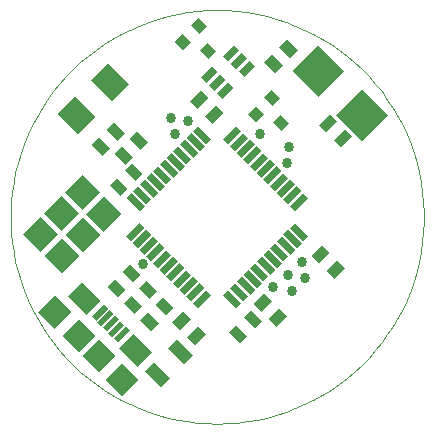
<source format=gbs>
G75*
G70*
%OFA0B0*%
%FSLAX24Y24*%
%IPPOS*%
%LPD*%
%AMOC8*
5,1,8,0,0,1.08239X$1,22.5*
%
%ADD10C,0.0000*%
%ADD11R,0.0355X0.0512*%
%ADD12R,0.0197X0.0571*%
%ADD13R,0.0867X0.0670*%
%ADD14R,0.0788X0.0788*%
%ADD15R,0.0434X0.0749*%
%ADD16R,0.0257X0.0512*%
%ADD17R,0.0350X0.0390*%
%ADD18R,0.0827X0.0827*%
%ADD19R,0.0631X0.0237*%
%ADD20R,0.0237X0.0631*%
%ADD21R,0.1221X0.1221*%
%ADD22R,0.0827X0.0985*%
%ADD23C,0.0340*%
D10*
X007051Y003517D02*
X007384Y003525D01*
X007716Y003549D01*
X008047Y003589D01*
X008375Y003645D01*
X008700Y003717D01*
X009021Y003805D01*
X009338Y003908D01*
X009649Y004026D01*
X009954Y004159D01*
X010253Y004306D01*
X010544Y004468D01*
X010827Y004644D01*
X011101Y004833D01*
X011365Y005035D01*
X011620Y005250D01*
X011864Y005477D01*
X012096Y005715D01*
X012317Y005964D01*
X012526Y006224D01*
X012721Y006493D01*
X012904Y006772D01*
X013073Y007059D01*
X013227Y007353D01*
X013368Y007655D01*
X013493Y007964D01*
X013604Y008278D01*
X013699Y008597D01*
X013779Y008920D01*
X013843Y009247D01*
X013891Y009577D01*
X013923Y009908D01*
X013939Y010241D01*
X013939Y010573D01*
X013923Y010906D01*
X013891Y011237D01*
X013843Y011567D01*
X013779Y011894D01*
X013699Y012217D01*
X013604Y012536D01*
X013493Y012850D01*
X013368Y013159D01*
X013227Y013461D01*
X013073Y013755D01*
X012904Y014042D01*
X012721Y014321D01*
X012526Y014590D01*
X012317Y014850D01*
X012096Y015099D01*
X011864Y015337D01*
X011620Y015564D01*
X011365Y015779D01*
X011101Y015981D01*
X010827Y016170D01*
X010544Y016346D01*
X010253Y016508D01*
X009954Y016655D01*
X009649Y016788D01*
X009338Y016906D01*
X009021Y017009D01*
X008700Y017097D01*
X008375Y017169D01*
X008047Y017225D01*
X007716Y017265D01*
X007384Y017289D01*
X007051Y017297D01*
X006718Y017289D01*
X006386Y017265D01*
X006055Y017225D01*
X005727Y017169D01*
X005402Y017097D01*
X005081Y017009D01*
X004764Y016906D01*
X004453Y016788D01*
X004148Y016655D01*
X003849Y016508D01*
X003558Y016346D01*
X003275Y016170D01*
X003001Y015981D01*
X002737Y015779D01*
X002482Y015564D01*
X002238Y015337D01*
X002006Y015099D01*
X001785Y014850D01*
X001576Y014590D01*
X001381Y014321D01*
X001198Y014042D01*
X001029Y013755D01*
X000875Y013461D01*
X000734Y013159D01*
X000609Y012850D01*
X000498Y012536D01*
X000403Y012217D01*
X000323Y011894D01*
X000259Y011567D01*
X000211Y011237D01*
X000179Y010906D01*
X000163Y010573D01*
X000163Y010241D01*
X000179Y009908D01*
X000211Y009577D01*
X000259Y009247D01*
X000323Y008920D01*
X000403Y008597D01*
X000498Y008278D01*
X000609Y007964D01*
X000734Y007655D01*
X000875Y007353D01*
X001029Y007059D01*
X001198Y006772D01*
X001381Y006493D01*
X001576Y006224D01*
X001785Y005964D01*
X002006Y005715D01*
X002238Y005477D01*
X002482Y005250D01*
X002737Y005035D01*
X003001Y004833D01*
X003275Y004644D01*
X003558Y004468D01*
X003849Y004306D01*
X004148Y004159D01*
X004453Y004026D01*
X004764Y003908D01*
X005081Y003805D01*
X005402Y003717D01*
X005727Y003645D01*
X006055Y003589D01*
X006386Y003549D01*
X006718Y003525D01*
X007051Y003517D01*
D11*
G36*
X006412Y006762D02*
X006663Y006511D01*
X006302Y006150D01*
X006051Y006401D01*
X006412Y006762D01*
G37*
G36*
X005911Y007263D02*
X006162Y007012D01*
X005801Y006651D01*
X005550Y006902D01*
X005911Y007263D01*
G37*
G36*
X005600Y007374D02*
X005349Y007123D01*
X004988Y007484D01*
X005239Y007735D01*
X005600Y007374D01*
G37*
G36*
X005099Y006873D02*
X004848Y006622D01*
X004487Y006983D01*
X004738Y007234D01*
X005099Y006873D01*
G37*
G36*
X004547Y007425D02*
X004296Y007174D01*
X003935Y007535D01*
X004186Y007786D01*
X004547Y007425D01*
G37*
G36*
X005049Y007926D02*
X004798Y007675D01*
X004437Y008036D01*
X004688Y008287D01*
X005049Y007926D01*
G37*
G36*
X003885Y008587D02*
X004136Y008838D01*
X004497Y008477D01*
X004246Y008226D01*
X003885Y008587D01*
G37*
G36*
X003384Y008086D02*
X003635Y008337D01*
X003996Y007976D01*
X003745Y007725D01*
X003384Y008086D01*
G37*
G36*
X004075Y011346D02*
X003824Y011095D01*
X003463Y011456D01*
X003714Y011707D01*
X004075Y011346D01*
G37*
G36*
X004576Y011847D02*
X004325Y011596D01*
X003964Y011957D01*
X004215Y012208D01*
X004576Y011847D01*
G37*
G36*
X003628Y012511D02*
X003879Y012762D01*
X004240Y012401D01*
X003989Y012150D01*
X003628Y012511D01*
G37*
G36*
X002872Y012814D02*
X003123Y013065D01*
X003484Y012704D01*
X003233Y012453D01*
X002872Y012814D01*
G37*
G36*
X003374Y013315D02*
X003625Y013566D01*
X003986Y013205D01*
X003735Y012954D01*
X003374Y013315D01*
G37*
G36*
X004129Y013012D02*
X004380Y013263D01*
X004741Y012902D01*
X004490Y012651D01*
X004129Y013012D01*
G37*
G36*
X006501Y014625D02*
X006752Y014374D01*
X006391Y014013D01*
X006140Y014264D01*
X006501Y014625D01*
G37*
G36*
X007002Y014124D02*
X007253Y013873D01*
X006892Y013512D01*
X006641Y013763D01*
X007002Y014124D01*
G37*
G36*
X009232Y015456D02*
X008981Y015205D01*
X008620Y015566D01*
X008871Y015817D01*
X009232Y015456D01*
G37*
G36*
X009734Y015957D02*
X009483Y015706D01*
X009122Y016067D01*
X009373Y016318D01*
X009734Y015957D01*
G37*
G36*
X010683Y013226D02*
X010432Y013477D01*
X010793Y013838D01*
X011044Y013587D01*
X010683Y013226D01*
G37*
G36*
X011184Y012725D02*
X010933Y012976D01*
X011294Y013337D01*
X011545Y013086D01*
X011184Y012725D01*
G37*
G36*
X010556Y009468D02*
X010807Y009217D01*
X010446Y008856D01*
X010195Y009107D01*
X010556Y009468D01*
G37*
G36*
X011057Y008967D02*
X011308Y008716D01*
X010947Y008355D01*
X010696Y008606D01*
X011057Y008967D01*
G37*
G36*
X009015Y006748D02*
X008764Y006999D01*
X009125Y007360D01*
X009376Y007109D01*
X009015Y006748D01*
G37*
G36*
X008552Y006941D02*
X008301Y006690D01*
X007940Y007051D01*
X008191Y007302D01*
X008552Y006941D01*
G37*
G36*
X008514Y007249D02*
X008263Y007500D01*
X008624Y007861D01*
X008875Y007610D01*
X008514Y007249D01*
G37*
G36*
X008051Y006440D02*
X007800Y006189D01*
X007439Y006550D01*
X007690Y006801D01*
X008051Y006440D01*
G37*
D12*
G36*
X003998Y006769D02*
X004136Y006631D01*
X003734Y006229D01*
X003596Y006367D01*
X003998Y006769D01*
G37*
G36*
X003817Y006950D02*
X003955Y006812D01*
X003553Y006410D01*
X003415Y006548D01*
X003817Y006950D01*
G37*
G36*
X003636Y007131D02*
X003774Y006993D01*
X003372Y006591D01*
X003234Y006729D01*
X003636Y007131D01*
G37*
G36*
X003455Y007312D02*
X003593Y007174D01*
X003191Y006772D01*
X003053Y006910D01*
X003455Y007312D01*
G37*
G36*
X003274Y007492D02*
X003412Y007354D01*
X003010Y006952D01*
X002872Y007090D01*
X003274Y007492D01*
G37*
D13*
G36*
X002538Y008232D02*
X003150Y007620D01*
X002676Y007146D01*
X002064Y007758D01*
X002538Y008232D01*
G37*
G36*
X004264Y006506D02*
X004876Y005894D01*
X004402Y005420D01*
X003790Y006032D01*
X004264Y006506D01*
G37*
D14*
G36*
X003887Y005545D02*
X004444Y004988D01*
X003887Y004431D01*
X003330Y004988D01*
X003887Y005545D01*
G37*
G36*
X003094Y006339D02*
X003651Y005782D01*
X003094Y005225D01*
X002537Y005782D01*
X003094Y006339D01*
G37*
G36*
X002426Y007007D02*
X002983Y006450D01*
X002426Y005893D01*
X001869Y006450D01*
X002426Y007007D01*
G37*
G36*
X001632Y007800D02*
X002189Y007243D01*
X001632Y006686D01*
X001075Y007243D01*
X001632Y007800D01*
G37*
D15*
G36*
X004640Y005264D02*
X004946Y005570D01*
X005474Y005042D01*
X005168Y004736D01*
X004640Y005264D01*
G37*
G36*
X005419Y006044D02*
X005725Y006350D01*
X006253Y005822D01*
X005947Y005516D01*
X005419Y006044D01*
G37*
D16*
G36*
X007398Y014894D02*
X007579Y014713D01*
X007218Y014352D01*
X007037Y014533D01*
X007398Y014894D01*
G37*
G36*
X007133Y015159D02*
X007314Y014978D01*
X006953Y014617D01*
X006772Y014798D01*
X007133Y015159D01*
G37*
G36*
X006869Y015423D02*
X007050Y015242D01*
X006689Y014881D01*
X006508Y015062D01*
X006869Y015423D01*
G37*
G36*
X007593Y016147D02*
X007774Y015966D01*
X007413Y015605D01*
X007232Y015786D01*
X007593Y016147D01*
G37*
G36*
X007677Y015341D02*
X007496Y015522D01*
X007857Y015883D01*
X008038Y015702D01*
X007677Y015341D01*
G37*
G36*
X008122Y015618D02*
X008303Y015437D01*
X007942Y015076D01*
X007761Y015257D01*
X008122Y015618D01*
G37*
D17*
G36*
X008619Y014391D02*
X008866Y014638D01*
X009141Y014363D01*
X008894Y014116D01*
X008619Y014391D01*
G37*
G36*
X008082Y013853D02*
X008329Y014100D01*
X008604Y013825D01*
X008357Y013578D01*
X008082Y013853D01*
G37*
G36*
X008916Y013557D02*
X009163Y013804D01*
X009438Y013529D01*
X009191Y013282D01*
X008916Y013557D01*
G37*
G36*
X006475Y015958D02*
X006722Y016205D01*
X006997Y015930D01*
X006750Y015683D01*
X006475Y015958D01*
G37*
G36*
X005641Y016255D02*
X005888Y016502D01*
X006163Y016227D01*
X005916Y015980D01*
X005641Y016255D01*
G37*
G36*
X006178Y016792D02*
X006425Y017039D01*
X006700Y016764D01*
X006453Y016517D01*
X006178Y016792D01*
G37*
D18*
G36*
X001959Y011229D02*
X002543Y011813D01*
X003127Y011229D01*
X002543Y010645D01*
X001959Y011229D01*
G37*
G36*
X001263Y010533D02*
X001847Y011117D01*
X002431Y010533D01*
X001847Y009949D01*
X001263Y010533D01*
G37*
G36*
X000567Y009837D02*
X001151Y010421D01*
X001735Y009837D01*
X001151Y009253D01*
X000567Y009837D01*
G37*
G36*
X001290Y009113D02*
X001874Y009697D01*
X002458Y009113D01*
X001874Y008529D01*
X001290Y009113D01*
G37*
G36*
X001986Y009809D02*
X002570Y010393D01*
X003154Y009809D01*
X002570Y009225D01*
X001986Y009809D01*
G37*
G36*
X002682Y010505D02*
X003266Y011089D01*
X003850Y010505D01*
X003266Y009921D01*
X002682Y010505D01*
G37*
D19*
G36*
X004629Y010045D02*
X004184Y009600D01*
X004017Y009767D01*
X004462Y010212D01*
X004629Y010045D01*
G37*
G36*
X004852Y009822D02*
X004407Y009377D01*
X004240Y009544D01*
X004685Y009989D01*
X004852Y009822D01*
G37*
G36*
X005074Y009600D02*
X004629Y009155D01*
X004462Y009322D01*
X004907Y009767D01*
X005074Y009600D01*
G37*
G36*
X005297Y009377D02*
X004852Y008932D01*
X004685Y009099D01*
X005130Y009544D01*
X005297Y009377D01*
G37*
G36*
X005520Y009154D02*
X005075Y008709D01*
X004908Y008876D01*
X005353Y009321D01*
X005520Y009154D01*
G37*
G36*
X005742Y008932D02*
X005297Y008487D01*
X005130Y008654D01*
X005575Y009099D01*
X005742Y008932D01*
G37*
G36*
X005965Y008709D02*
X005520Y008264D01*
X005353Y008431D01*
X005798Y008876D01*
X005965Y008709D01*
G37*
G36*
X006188Y008486D02*
X005743Y008041D01*
X005576Y008208D01*
X006021Y008653D01*
X006188Y008486D01*
G37*
G36*
X006411Y008263D02*
X005966Y007818D01*
X005799Y007985D01*
X006244Y008430D01*
X006411Y008263D01*
G37*
G36*
X006633Y008041D02*
X006188Y007596D01*
X006021Y007763D01*
X006466Y008208D01*
X006633Y008041D01*
G37*
G36*
X006856Y007818D02*
X006411Y007373D01*
X006244Y007540D01*
X006689Y007985D01*
X006856Y007818D01*
G37*
G36*
X009863Y011270D02*
X009418Y010825D01*
X009251Y010992D01*
X009696Y011437D01*
X009863Y011270D01*
G37*
G36*
X010085Y011047D02*
X009640Y010602D01*
X009473Y010769D01*
X009918Y011214D01*
X010085Y011047D01*
G37*
G36*
X009640Y011493D02*
X009195Y011048D01*
X009028Y011215D01*
X009473Y011660D01*
X009640Y011493D01*
G37*
G36*
X009417Y011715D02*
X008972Y011270D01*
X008805Y011437D01*
X009250Y011882D01*
X009417Y011715D01*
G37*
G36*
X009194Y011938D02*
X008749Y011493D01*
X008582Y011660D01*
X009027Y012105D01*
X009194Y011938D01*
G37*
G36*
X008972Y012161D02*
X008527Y011716D01*
X008360Y011883D01*
X008805Y012328D01*
X008972Y012161D01*
G37*
G36*
X008749Y012384D02*
X008304Y011939D01*
X008137Y012106D01*
X008582Y012551D01*
X008749Y012384D01*
G37*
G36*
X008526Y012606D02*
X008081Y012161D01*
X007914Y012328D01*
X008359Y012773D01*
X008526Y012606D01*
G37*
G36*
X008304Y012829D02*
X007859Y012384D01*
X007692Y012551D01*
X008137Y012996D01*
X008304Y012829D01*
G37*
G36*
X008081Y013052D02*
X007636Y012607D01*
X007469Y012774D01*
X007914Y013219D01*
X008081Y013052D01*
G37*
G36*
X007858Y013274D02*
X007413Y012829D01*
X007246Y012996D01*
X007691Y013441D01*
X007858Y013274D01*
G37*
D20*
G36*
X006856Y012996D02*
X006689Y012829D01*
X006244Y013274D01*
X006411Y013441D01*
X006856Y012996D01*
G37*
G36*
X006633Y012774D02*
X006466Y012607D01*
X006021Y013052D01*
X006188Y013219D01*
X006633Y012774D01*
G37*
G36*
X006411Y012551D02*
X006244Y012384D01*
X005799Y012829D01*
X005966Y012996D01*
X006411Y012551D01*
G37*
G36*
X006188Y012328D02*
X006021Y012161D01*
X005576Y012606D01*
X005743Y012773D01*
X006188Y012328D01*
G37*
G36*
X005965Y012106D02*
X005798Y011939D01*
X005353Y012384D01*
X005520Y012551D01*
X005965Y012106D01*
G37*
G36*
X005742Y011883D02*
X005575Y011716D01*
X005130Y012161D01*
X005297Y012328D01*
X005742Y011883D01*
G37*
G36*
X005520Y011660D02*
X005353Y011493D01*
X004908Y011938D01*
X005075Y012105D01*
X005520Y011660D01*
G37*
G36*
X005297Y011437D02*
X005130Y011270D01*
X004685Y011715D01*
X004852Y011882D01*
X005297Y011437D01*
G37*
G36*
X005074Y011215D02*
X004907Y011048D01*
X004462Y011493D01*
X004629Y011660D01*
X005074Y011215D01*
G37*
G36*
X004852Y010992D02*
X004685Y010825D01*
X004240Y011270D01*
X004407Y011437D01*
X004852Y010992D01*
G37*
G36*
X004629Y010769D02*
X004462Y010602D01*
X004017Y011047D01*
X004184Y011214D01*
X004629Y010769D01*
G37*
G36*
X007858Y007540D02*
X007691Y007373D01*
X007246Y007818D01*
X007413Y007985D01*
X007858Y007540D01*
G37*
G36*
X008081Y007763D02*
X007914Y007596D01*
X007469Y008041D01*
X007636Y008208D01*
X008081Y007763D01*
G37*
G36*
X008304Y007985D02*
X008137Y007818D01*
X007692Y008263D01*
X007859Y008430D01*
X008304Y007985D01*
G37*
G36*
X008526Y008208D02*
X008359Y008041D01*
X007914Y008486D01*
X008081Y008653D01*
X008526Y008208D01*
G37*
G36*
X008749Y008431D02*
X008582Y008264D01*
X008137Y008709D01*
X008304Y008876D01*
X008749Y008431D01*
G37*
G36*
X008972Y008654D02*
X008805Y008487D01*
X008360Y008932D01*
X008527Y009099D01*
X008972Y008654D01*
G37*
G36*
X009194Y008876D02*
X009027Y008709D01*
X008582Y009154D01*
X008749Y009321D01*
X009194Y008876D01*
G37*
G36*
X009417Y009099D02*
X009250Y008932D01*
X008805Y009377D01*
X008972Y009544D01*
X009417Y009099D01*
G37*
G36*
X009640Y009322D02*
X009473Y009155D01*
X009028Y009600D01*
X009195Y009767D01*
X009640Y009322D01*
G37*
G36*
X009863Y009544D02*
X009696Y009377D01*
X009251Y009822D01*
X009418Y009989D01*
X009863Y009544D01*
G37*
G36*
X010085Y009767D02*
X009918Y009600D01*
X009473Y010045D01*
X009640Y010212D01*
X010085Y009767D01*
G37*
D21*
G36*
X011869Y014679D02*
X012731Y013817D01*
X011869Y012955D01*
X011007Y013817D01*
X011869Y014679D01*
G37*
G36*
X010422Y016127D02*
X011284Y015265D01*
X010422Y014403D01*
X009560Y015265D01*
X010422Y016127D01*
G37*
D22*
G36*
X002839Y014964D02*
X003423Y015548D01*
X004117Y014854D01*
X003533Y014270D01*
X002839Y014964D01*
G37*
G36*
X001725Y013850D02*
X002309Y014434D01*
X003003Y013740D01*
X002419Y013156D01*
X001725Y013850D01*
G37*
D23*
X005516Y013714D03*
X005634Y013163D03*
X006067Y013596D03*
X008468Y013163D03*
X009374Y012218D03*
X009453Y012730D03*
X009886Y008911D03*
X009964Y008360D03*
X009531Y007927D03*
X009413Y008478D03*
X008901Y008084D03*
X004571Y008832D03*
M02*

</source>
